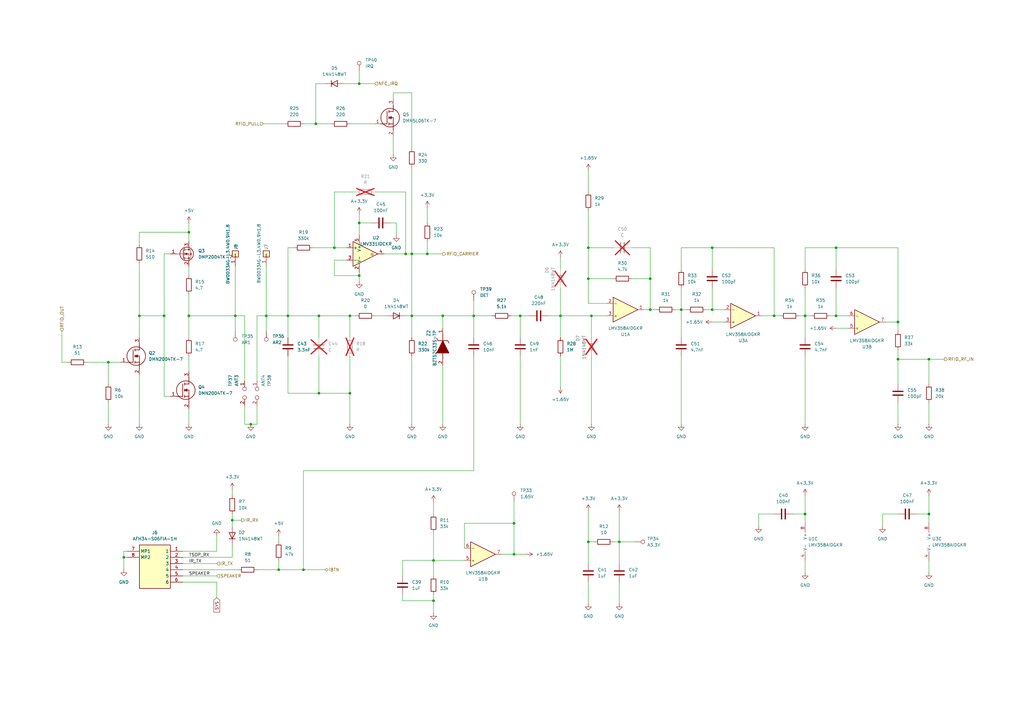
<source format=kicad_sch>
(kicad_sch (version 20231120) (generator "eeschema") (generator_version "8.0")
  (paper "A3")
  (junction (at 77.47 129.54))
  (junction (at 118.11 129.54))
  (junction (at 342.9 101.6))
  (junction (at 241.3 114.3))
  (junction (at 168.91 104.14))
  (junction (at 181.61 129.54))
  (junction (at 130.81 129.54))
  (junction (at 210.82 227.33))
  (junction (at 57.15 129.54))
  (junction (at 342.9 129.54))
  (junction (at 143.51 161.29))
  (junction (at 330.2 210.82))
  (junction (at 50.8 228.6))
  (junction (at 213.36 129.54))
  (junction (at 330.2 129.54))
  (junction (at 241.3 222.25))
  (junction (at 368.3 147.32))
  (junction (at 67.31 129.54))
  (junction (at 77.47 95.25))
  (junction (at 317.5 129.54))
  (junction (at 381 147.32))
  (junction (at 114.3 233.68))
  (junction (at 292.1 127))
  (junction (at 129.54 50.8))
  (junction (at 175.26 104.14))
  (junction (at 143.51 129.54))
  (junction (at 229.87 129.54))
  (junction (at 166.37 104.14))
  (junction (at 44.45 148.59))
  (junction (at 210.82 214.63))
  (junction (at 177.8 229.87))
  (junction (at 130.81 161.29))
  (junction (at 242.57 129.54))
  (junction (at 381 210.82))
  (junction (at 102.87 173.99))
  (junction (at 292.1 101.6))
  (junction (at 368.3 132.08))
  (junction (at 266.7 127))
  (junction (at 96.52 129.54))
  (junction (at 241.3 101.6))
  (junction (at 124.46 233.68))
  (junction (at 254 222.25))
  (junction (at 194.31 129.54))
  (junction (at 137.16 101.6))
  (junction (at 168.91 129.54))
  (junction (at 147.32 91.44))
  (junction (at 147.32 34.29))
  (junction (at 109.22 129.54))
  (junction (at 177.8 246.38))
  (junction (at 95.25 213.36))
  (junction (at 266.7 114.3))
  (junction (at 279.4 127))
  (junction (at 147.32 113.03))
  (wire (pts (xy 368.3 147.32) (xy 368.3 157.48)))
  (wire (pts (xy 368.3 132.08) (xy 363.22 132.08)))
  (wire (pts (xy 160.02 91.44) (xy 162.56 91.44)))
  (wire (pts (xy 330.2 146.05) (xy 330.2 173.99)))
  (wire (pts (xy 279.4 110.49) (xy 279.4 101.6)))
  (wire (pts (xy 317.5 129.54) (xy 320.04 129.54)))
  (wire (pts (xy 168.91 146.05) (xy 168.91 173.99)))
  (wire (pts (xy 74.93 233.68) (xy 97.79 233.68)))
  (wire (pts (xy 194.31 129.54) (xy 181.61 129.54)))
  (wire (pts (xy 330.2 101.6) (xy 342.9 101.6)))
  (wire (pts (xy 340.36 129.54) (xy 342.9 129.54)))
  (wire (pts (xy 177.8 229.87) (xy 190.5 229.87)))
  (wire (pts (xy 162.56 91.44) (xy 162.56 96.52)))
  (wire (pts (xy 147.32 87.63) (xy 147.32 91.44)))
  (wire (pts (xy 77.47 129.54) (xy 96.52 129.54)))
  (wire (pts (xy 168.91 104.14) (xy 175.26 104.14)))
  (wire (pts (xy 130.81 129.54) (xy 143.51 129.54)))
  (wire (pts (xy 96.52 129.54) (xy 96.52 135.89)))
  (wire (pts (xy 130.81 146.05) (xy 130.81 161.29)))
  (wire (pts (xy 292.1 127) (xy 289.56 127)))
  (wire (pts (xy 114.3 233.68) (xy 114.3 229.87)))
  (wire (pts (xy 251.46 222.25) (xy 254 222.25)))
  (wire (pts (xy 109.22 109.22) (xy 109.22 129.54)))
  (wire (pts (xy 279.4 118.11) (xy 279.4 127)))
  (wire (pts (xy 276.86 127) (xy 279.4 127)))
  (wire (pts (xy 100.33 166.37) (xy 100.33 173.99)))
  (wire (pts (xy 137.16 78.74) (xy 146.05 78.74)))
  (wire (pts (xy 77.47 109.22) (xy 77.47 113.03)))
  (wire (pts (xy 137.16 78.74) (xy 137.16 101.6)))
  (wire (pts (xy 266.7 101.6) (xy 266.7 114.3)))
  (wire (pts (xy 292.1 132.08) (xy 297.18 132.08)))
  (wire (pts (xy 166.37 78.74) (xy 166.37 104.14)))
  (wire (pts (xy 105.41 129.54) (xy 109.22 129.54)))
  (wire (pts (xy 137.16 113.03) (xy 147.32 113.03)))
  (wire (pts (xy 95.25 200.66) (xy 95.25 203.2)))
  (wire (pts (xy 44.45 157.48) (xy 44.45 148.59)))
  (wire (pts (xy 88.9 238.76) (xy 88.9 245.11)))
  (wire (pts (xy 50.8 226.06) (xy 50.8 228.6)))
  (wire (pts (xy 342.9 134.62) (xy 347.98 134.62)))
  (wire (pts (xy 194.31 193.04) (xy 124.46 193.04)))
  (wire (pts (xy 368.3 210.82) (xy 361.95 210.82)))
  (wire (pts (xy 57.15 129.54) (xy 67.31 129.54)))
  (wire (pts (xy 143.51 146.05) (xy 143.51 161.29)))
  (wire (pts (xy 130.81 161.29) (xy 143.51 161.29)))
  (wire (pts (xy 177.8 205.74) (xy 177.8 210.82)))
  (wire (pts (xy 74.93 231.14) (xy 88.9 231.14)))
  (wire (pts (xy 242.57 138.43) (xy 242.57 129.54)))
  (wire (pts (xy 147.32 91.44) (xy 152.4 91.44)))
  (wire (pts (xy 292.1 101.6) (xy 317.5 101.6)))
  (wire (pts (xy 194.31 138.43) (xy 194.31 129.54)))
  (wire (pts (xy 107.95 50.8) (xy 116.84 50.8)))
  (wire (pts (xy 241.3 101.6) (xy 251.46 101.6)))
  (wire (pts (xy 157.48 104.14) (xy 166.37 104.14)))
  (wire (pts (xy 229.87 129.54) (xy 229.87 118.11)))
  (wire (pts (xy 25.4 135.89) (xy 25.4 148.59)))
  (wire (pts (xy 77.47 129.54) (xy 77.47 138.43)))
  (wire (pts (xy 95.25 228.6) (xy 95.25 223.52)))
  (wire (pts (xy 130.81 129.54) (xy 130.81 138.43)))
  (wire (pts (xy 330.2 129.54) (xy 332.74 129.54)))
  (wire (pts (xy 213.36 129.54) (xy 213.36 138.43)))
  (wire (pts (xy 381 147.32) (xy 387.35 147.32)))
  (wire (pts (xy 147.32 113.03) (xy 147.32 115.57)))
  (wire (pts (xy 168.91 104.14) (xy 168.91 129.54)))
  (wire (pts (xy 165.1 236.22) (xy 165.1 229.87)))
  (wire (pts (xy 368.3 147.32) (xy 381 147.32)))
  (wire (pts (xy 100.33 173.99) (xy 102.87 173.99)))
  (wire (pts (xy 181.61 129.54) (xy 168.91 129.54)))
  (wire (pts (xy 325.12 210.82) (xy 330.2 210.82)))
  (wire (pts (xy 292.1 127) (xy 297.18 127)))
  (wire (pts (xy 241.3 222.25) (xy 243.84 222.25)))
  (wire (pts (xy 161.29 38.1) (xy 161.29 40.64)))
  (wire (pts (xy 229.87 105.41) (xy 229.87 110.49)))
  (wire (pts (xy 292.1 101.6) (xy 292.1 110.49)))
  (wire (pts (xy 342.9 101.6) (xy 342.9 110.49)))
  (wire (pts (xy 330.2 210.82) (xy 330.2 214.63)))
  (wire (pts (xy 74.93 238.76) (xy 88.9 238.76)))
  (wire (pts (xy 242.57 129.54) (xy 229.87 129.54)))
  (wire (pts (xy 118.11 129.54) (xy 118.11 101.6)))
  (wire (pts (xy 177.8 243.84) (xy 177.8 246.38)))
  (wire (pts (xy 161.29 55.88) (xy 161.29 63.5)))
  (wire (pts (xy 342.9 118.11) (xy 342.9 129.54)))
  (wire (pts (xy 330.2 129.54) (xy 330.2 138.43)))
  (wire (pts (xy 330.2 110.49) (xy 330.2 101.6)))
  (wire (pts (xy 177.8 218.44) (xy 177.8 229.87)))
  (wire (pts (xy 241.3 209.55) (xy 241.3 222.25)))
  (wire (pts (xy 205.74 227.33) (xy 210.82 227.33)))
  (wire (pts (xy 242.57 129.54) (xy 248.92 129.54)))
  (wire (pts (xy 175.26 85.09) (xy 175.26 91.44)))
  (wire (pts (xy 209.55 129.54) (xy 213.36 129.54)))
  (wire (pts (xy 241.3 69.85) (xy 241.3 78.74)))
  (wire (pts (xy 153.67 129.54) (xy 158.75 129.54)))
  (wire (pts (xy 118.11 101.6) (xy 120.65 101.6)))
  (wire (pts (xy 327.66 129.54) (xy 330.2 129.54)))
  (wire (pts (xy 118.11 146.05) (xy 118.11 161.29)))
  (wire (pts (xy 241.3 231.14) (xy 241.3 222.25)))
  (wire (pts (xy 168.91 68.58) (xy 168.91 104.14)))
  (wire (pts (xy 74.93 236.22) (xy 88.9 236.22)))
  (wire (pts (xy 118.11 161.29) (xy 130.81 161.29)))
  (wire (pts (xy 361.95 210.82) (xy 361.95 215.9)))
  (wire (pts (xy 213.36 129.54) (xy 217.17 129.54)))
  (wire (pts (xy 109.22 129.54) (xy 109.22 135.89)))
  (wire (pts (xy 77.47 120.65) (xy 77.47 129.54)))
  (wire (pts (xy 57.15 95.25) (xy 77.47 95.25)))
  (wire (pts (xy 248.92 124.46) (xy 241.3 124.46)))
  (wire (pts (xy 375.92 210.82) (xy 381 210.82)))
  (wire (pts (xy 165.1 246.38) (xy 165.1 243.84)))
  (wire (pts (xy 368.3 165.1) (xy 368.3 173.99)))
  (wire (pts (xy 140.97 34.29) (xy 147.32 34.29)))
  (wire (pts (xy 381 229.87) (xy 381 234.95)))
  (wire (pts (xy 143.51 161.29) (xy 143.51 173.99)))
  (wire (pts (xy 181.61 134.62) (xy 181.61 129.54)))
  (wire (pts (xy 114.3 233.68) (xy 124.46 233.68)))
  (wire (pts (xy 35.56 148.59) (xy 44.45 148.59)))
  (wire (pts (xy 317.5 129.54) (xy 312.42 129.54)))
  (wire (pts (xy 190.5 224.79) (xy 190.5 214.63)))
  (wire (pts (xy 137.16 106.68) (xy 137.16 113.03)))
  (wire (pts (xy 147.32 91.44) (xy 147.32 96.52)))
  (wire (pts (xy 381 210.82) (xy 381 214.63)))
  (wire (pts (xy 254 222.25) (xy 254 231.14)))
  (wire (pts (xy 194.31 146.05) (xy 194.31 193.04)))
  (wire (pts (xy 88.9 226.06) (xy 88.9 219.71)))
  (wire (pts (xy 229.87 146.05) (xy 229.87 158.75)))
  (wire (pts (xy 96.52 129.54) (xy 100.33 129.54)))
  (wire (pts (xy 381 147.32) (xy 381 157.48)))
  (wire (pts (xy 147.32 111.76) (xy 147.32 113.03)))
  (wire (pts (xy 50.8 228.6) (xy 50.8 233.68)))
  (wire (pts (xy 177.8 229.87) (xy 177.8 236.22)))
  (wire (pts (xy 241.3 238.76) (xy 241.3 247.65)))
  (wire (pts (xy 381 165.1) (xy 381 173.99)))
  (wire (pts (xy 147.32 34.29) (xy 153.67 34.29)))
  (wire (pts (xy 153.67 78.74) (xy 166.37 78.74)))
  (wire (pts (xy 181.61 149.86) (xy 181.61 173.99)))
  (wire (pts (xy 259.08 101.6) (xy 266.7 101.6)))
  (wire (pts (xy 224.79 129.54) (xy 229.87 129.54)))
  (wire (pts (xy 194.31 123.19) (xy 194.31 129.54)))
  (wire (pts (xy 57.15 129.54) (xy 57.15 138.43)))
  (wire (pts (xy 311.15 210.82) (xy 311.15 215.9)))
  (wire (pts (xy 342.9 101.6) (xy 368.3 101.6)))
  (wire (pts (xy 77.47 95.25) (xy 77.47 99.06)))
  (wire (pts (xy 279.4 146.05) (xy 279.4 173.99)))
  (wire (pts (xy 342.9 129.54) (xy 347.98 129.54)))
  (wire (pts (xy 241.3 124.46) (xy 241.3 114.3)))
  (wire (pts (xy 69.85 104.14) (xy 67.31 104.14)))
  (wire (pts (xy 292.1 118.11) (xy 292.1 127)))
  (wire (pts (xy 254 238.76) (xy 254 247.65)))
  (wire (pts (xy 266.7 114.3) (xy 266.7 127)))
  (wire (pts (xy 190.5 214.63) (xy 210.82 214.63)))
  (wire (pts (xy 57.15 129.54) (xy 57.15 107.95)))
  (wire (pts (xy 229.87 129.54) (xy 229.87 138.43)))
  (wire (pts (xy 210.82 227.33) (xy 215.9 227.33)))
  (wire (pts (xy 57.15 95.25) (xy 57.15 100.33)))
  (wire (pts (xy 129.54 34.29) (xy 129.54 50.8)))
  (wire (pts (xy 317.5 101.6) (xy 317.5 129.54)))
  (wire (pts (xy 74.93 228.6) (xy 95.25 228.6)))
  (wire (pts (xy 105.41 173.99) (xy 102.87 173.99)))
  (wire (pts (xy 96.52 109.22) (xy 96.52 129.54)))
  (wire (pts (xy 57.15 153.67) (xy 57.15 173.99)))
  (wire (pts (xy 279.4 127) (xy 281.94 127)))
  (wire (pts (xy 177.8 246.38) (xy 177.8 251.46)))
  (wire (pts (xy 166.37 104.14) (xy 168.91 104.14)))
  (wire (pts (xy 177.8 246.38) (xy 165.1 246.38)))
  (wire (pts (xy 264.16 127) (xy 266.7 127)))
  (wire (pts (xy 241.3 101.6) (xy 241.3 114.3)))
  (wire (pts (xy 213.36 146.05) (xy 213.36 173.99)))
  (wire (pts (xy 254 222.25) (xy 260.35 222.25)))
  (wire (pts (xy 368.3 132.08) (xy 368.3 135.89)))
  (wire (pts (xy 143.51 50.8) (xy 153.67 50.8)))
  (wire (pts (xy 168.91 60.96) (xy 168.91 38.1)))
  (wire (pts (xy 133.35 34.29) (xy 129.54 34.29)))
  (wire (pts (xy 100.33 129.54) (xy 100.33 156.21)))
  (wire (pts (xy 166.37 129.54) (xy 168.91 129.54)))
  (wire (pts (xy 25.4 148.59) (xy 27.94 148.59)))
  (wire (pts (xy 67.31 162.56) (xy 69.85 162.56)))
  (wire (pts (xy 105.41 156.21) (xy 105.41 129.54)))
  (wire (pts (xy 242.57 146.05) (xy 242.57 173.99)))
  (wire (pts (xy 175.26 99.06) (xy 175.26 104.14)))
  (wire (pts (xy 77.47 167.64) (xy 77.47 173.99)))
  (wire (pts (xy 279.4 127) (xy 279.4 138.43)))
  (wire (pts (xy 137.16 101.6) (xy 142.24 101.6)))
  (wire (pts (xy 44.45 165.1) (xy 44.45 173.99)))
  (wire (pts (xy 74.93 226.06) (xy 88.9 226.06)))
  (wire (pts (xy 241.3 114.3) (xy 251.46 114.3)))
  (wire (pts (xy 77.47 146.05) (xy 77.47 152.4)))
  (wire (pts (xy 241.3 86.36) (xy 241.3 101.6)))
  (wire (pts (xy 254 222.25) (xy 254 209.55)))
  (wire (pts (xy 95.25 213.36) (xy 99.06 213.36)))
  (wire (pts (xy 368.3 101.6) (xy 368.3 132.08)))
  (wire (pts (xy 118.11 129.54) (xy 130.81 129.54)))
  (wire (pts (xy 330.2 118.11) (xy 330.2 129.54)))
  (wire (pts (xy 143.51 129.54) (xy 143.51 138.43)))
  (wire (pts (xy 67.31 129.54) (xy 67.31 162.56)))
  (wire (pts (xy 124.46 233.68) (xy 133.35 233.68)))
  (wire (pts (xy 105.41 166.37) (xy 105.41 173.99)))
  (wire (pts (xy 95.25 213.36) (xy 95.25 215.9)))
  (wire (pts (xy 109.22 129.54) (xy 118.11 129.54)))
  (wire (pts (xy 266.7 127) (xy 269.24 127)))
  (wire (pts (xy 50.8 228.6) (xy 52.07 228.6)))
  (wire (pts (xy 381 203.2) (xy 381 210.82)))
  (wire (pts (xy 124.46 50.8) (xy 129.54 50.8)))
  (wire (pts (xy 259.08 114.3) (xy 266.7 114.3)))
  (wire (pts (xy 67.31 104.14) (xy 67.31 129.54)))
  (wire (pts (xy 118.11 129.54) (xy 118.11 138.43)))
  (wire (pts (xy 168.91 38.1) (xy 161.29 38.1)))
  (wire (pts (xy 210.82 205.74) (xy 210.82 214.63)))
  (wire (pts (xy 124.46 193.04) (xy 124.46 233.68)))
  (wire (pts (xy 105.41 233.68) (xy 114.3 233.68)))
  (wire (pts (xy 194.31 129.54) (xy 201.93 129.54)))
  (wire (pts (xy 114.3 219.71) (xy 114.3 222.25)))
  (wire (pts (xy 330.2 203.2) (xy 330.2 210.82)))
  (wire (pts (xy 279.4 101.6) (xy 292.1 101.6)))
  (wire (pts (xy 317.5 210.82) (xy 311.15 210.82)))
  (wire (pts (xy 168.91 129.54) (xy 168.91 138.43)))
  (wire (pts (xy 368.3 143.51) (xy 368.3 147.32)))
  (wire (pts (xy 175.26 104.14) (xy 181.61 104.14)))
  (wire (pts (xy 77.47 91.44) (xy 77.47 95.25)))
  (wire (pts (xy 143.51 129.54) (xy 146.05 129.54)))
  (wire (pts (xy 52.07 226.06) (xy 50.8 226.06)))
  (wire (pts (xy 95.25 210.82) (xy 95.25 213.36)))
  (wire (pts (xy 330.2 229.87) (xy 330.2 234.95)))
  (wire (pts (xy 44.45 148.59) (xy 49.53 148.59)))
  (wire (pts (xy 129.54 50.8) (xy 135.89 50.8)))
  (wire (pts (xy 165.1 229.87) (xy 177.8 229.87)))
  (wire (pts (xy 128.27 101.6) (xy 137.16 101.6)))
  (wire (pts (xy 147.32 29.21) (xy 147.32 34.29)))
  (wire (pts (xy 210.82 214.63) (xy 210.82 227.33)))
  (wire (pts (xy 142.24 106.68) (xy 137.16 106.68)))
  (label "IR_TX" (at 77.47 231.14 0))
  (label "SPEAKER" (at 77.47 236.22 0))
  (label "TSOP_RX" (at 77.47 228.6 0))
  (global_label "SYS" (shape input) (at 88.9 245.11 270) (property "Intersheetrefs" "${INTERSHEET_REFS}" (effects (hide yes))))
  (hierarchical_label "iBTN" (shape bidirectional) (at 133.35 233.68 0))
  (hierarchical_label "IR_RX" (shape output) (at 99.06 213.36 0))
  (hierarchical_label "NFC_IRQ" (shape input) (at 153.67 34.29 0))
  (hierarchical_label "RFID_CARRIER" (shape output) (at 181.61 104.14 0))
  (hierarchical_label "RFID_OUT" (shape input) (at 25.4 135.89 90))
  (hierarchical_label "SPEAKER" (shape input) (at 88.9 236.22 0))
  (hierarchical_label "RFID_RF_IN" (shape output) (at 387.35 147.32 0))
  (hierarchical_label "RFID_PULL" (shape input) (at 107.95 50.8 180))
  (hierarchical_label "IR_TX" (shape input) (at 88.9 231.14 0))
  (symbol (lib_id "Device:R") (at 120.65 50.8 90) (unit 1)
    (property "Reference" "R25" (at 120.65 44.45 90))
    (property "Value" "220" (at 120.65 46.99 90))
    (property "Footprint" "Resistor_SMD:R_0402_1005Metric" (effects (hide yes)))
    (property "Description" "Resistor" (effects (hide yes)))
  )
  (symbol (lib_id "Device:R") (at 57.15 104.14 0) (unit 1)
    (property "Reference" "R14" (at 59.69 102.8699 0) (effects (justify left)))
    (property "Value" "510" (at 59.69 105.4099 0) (effects (justify left)))
    (property "Footprint" "Resistor_SMD:R_0402_1005Metric" (effects (hide yes)))
    (property "Description" "Resistor" (effects (hide yes)))
  )
  (symbol (lib_id "power:GND") (at 77.47 173.99 0) (unit 1)
    (property "Reference" "#PWR048" (effects (hide yes)))
    (property "Value" "GND" (at 77.47 179.07 0))
    (property "Description" "Power symbol creates a global label with name \"GND\" , ground" (effects (hide yes)))
  )
  (symbol (lib_id "Device:R") (at 95.25 207.01 0) (unit 1)
    (property "Reference" "R7" (at 97.79 205.7399 0) (effects (justify left)))
    (property "Value" "10k" (at 97.79 208.2799 0) (effects (justify left)))
    (property "Footprint" "Resistor_SMD:R_0402_1005Metric" (effects (hide yes)))
    (property "Description" "Resistor" (effects (hide yes)))
  )
  (symbol (lib_id "Device:C") (at 118.11 142.24 0) (unit 1)
    (property "Reference" "C43" (at 121.92 140.9699 0) (effects (justify left)))
    (property "Value" "3.3nF" (at 121.92 143.5099 0) (effects (justify left)))
    (property "Footprint" "Capacitor_SMD:C_0805_2012Metric" (effects (hide yes)))
    (property "Description" "Unpolarized capacitor" (effects (hide yes)))
  )
  (symbol (lib_id "Device:R") (at 44.45 161.29 0) (unit 1)
    (property "Reference" "R6" (at 46.99 160.0199 0) (effects (justify left)))
    (property "Value" "10k" (at 46.99 162.5599 0) (effects (justify left)))
    (property "Footprint" "Resistor_SMD:R_0402_1005Metric" (effects (hide yes)))
    (property "Description" "Resistor" (effects (hide yes)))
  )
  (symbol (lib_id "power:GND") (at 181.61 173.99 0) (unit 1)
    (property "Reference" "#PWR057" (effects (hide yes)))
    (property "Value" "GND" (at 181.61 179.07 0))
    (property "Description" "Power symbol creates a global label with name \"GND\" , ground" (effects (hide yes)))
  )
  (symbol (lib_id "Diode:1N4148WT") (at 162.56 129.54 180) (unit 1)
    (property "Reference" "D4" (at 162.56 123.19 0))
    (property "Value" "1N4148WT" (at 162.56 125.73 0))
    (property "Footprint" "Diode_SMD:D_SOD-523" (effects (hide yes)))
    (property "Datasheet" "https://www.diodes.com/assets/Datasheets/ds30396.pdf" (effects (hide yes)))
    (property "Description" "75V 0.15A Fast switching Diode, SOD-523" (effects (hide yes)))
    (property "Sim.Device" "D" (effects (hide yes)))
    (property "Sim.Pins" "1=K 2=A" (effects (hide yes)))
  )
  (symbol (lib_id "Device:R") (at 368.3 139.7 0) (unit 1)
    (property "Reference" "R37" (at 370.84 138.4299 0) (effects (justify left)))
    (property "Value" "33k" (at 370.84 140.9699 0) (effects (justify left)))
    (property "Footprint" "Resistor_SMD:R_0402_1005Metric" (effects (hide yes)))
    (property "Description" "Resistor" (effects (hide yes)))
  )
  (symbol (lib_id "Amplifier_Operational:LMV358") (at 383.54 222.25 0) (unit 3)
    (property "Reference" "U3" (at 382.27 220.9799 0) (effects (justify left)))
    (property "Value" "LMV358AIDGKR" (at 382.27 223.5199 0) (effects (justify left)))
    (property "Footprint" "SamacSys_Parts:SOP65P490X110-8N" (effects (hide yes)))
    (property "Datasheet" "http://www.ti.com/lit/ds/symlink/lmv324.pdf" (effects (hide yes)))
    (property "Description" "Dual Low-Voltage Rail-to-Rail Output Operational Amplifiers, SOIC-8/SSOP-8" (effects (hide yes)))
  )
  (symbol (lib_id "Device:C") (at 130.81 142.24 0) (unit 1) (dnp yes)
    (property "Reference" "C44" (at 134.62 140.9699 0) (effects (justify left)))
    (property "Value" "C" (at 134.62 143.5099 0) (effects (justify left)))
    (property "Footprint" "Capacitor_SMD:C_0805_2012Metric" (effects (hide yes)))
    (property "Description" "Unpolarized capacitor" (effects (hide yes)))
  )
  (symbol (lib_id "Device:R") (at 139.7 50.8 90) (unit 1)
    (property "Reference" "R26" (at 139.7 44.45 90))
    (property "Value" "220" (at 139.7 46.99 90))
    (property "Footprint" "Resistor_SMD:R_0402_1005Metric" (effects (hide yes)))
    (property "Description" "Resistor" (effects (hide yes)))
  )
  (symbol (lib_id "power:+1V5") (at 342.9 134.62 90) (unit 1)
    (property "Reference" "#PWR067" (effects (hide yes)))
    (property "Value" "+1.65V" (at 339.09 134.6199 90) (effects (justify left)))
    (property "Description" "Power symbol creates a global label with name \"+1.65V\"" (effects (hide yes)))
  )
  (symbol (lib_id "Connector:TestPoint") (at 147.32 29.21 0) (unit 1) (in_bom no)
    (property "Reference" "TP40" (at 149.86 24.6379 0) (effects (justify left)))
    (property "Value" "IRQ" (at 149.86 27.1779 0) (effects (justify left)))
    (property "Footprint" "TestPoint:TestPoint_Pad_1.0x1.0mm" (effects (hide yes)))
    (property "Description" "test point" (effects (hide yes)))
  )
  (symbol (lib_id "Connector:TestPoint") (at 194.31 123.19 0) (unit 1) (in_bom no)
    (property "Reference" "TP39" (at 196.85 118.6179 0) (effects (justify left)))
    (property "Value" "DET" (at 196.85 121.1579 0) (effects (justify left)))
    (property "Footprint" "TestPoint:TestPoint_Pad_1.0x1.0mm" (effects (hide yes)))
    (property "Description" "test point" (effects (hide yes)))
  )
  (symbol (lib_id "power:GND") (at 368.3 173.99 0) (unit 1)
    (property "Reference" "#PWR071" (effects (hide yes)))
    (property "Value" "GND" (at 368.3 179.07 0))
    (property "Description" "Power symbol creates a global label with name \"GND\" , ground" (effects (hide yes)))
  )
  (symbol (lib_id "Amplifier_Operational:LMV358") (at 256.54 127 0) (mirror x) (unit 1)
    (property "Reference" "U1" (at 256.54 137.16 0))
    (property "Value" "LMV358AIDGKR" (at 256.54 134.62 0))
    (property "Footprint" "SamacSys_Parts:SOP65P490X110-8N" (effects (hide yes)))
    (property "Datasheet" "http://www.ti.com/lit/ds/symlink/lmv324.pdf" (effects (hide yes)))
    (property "Description" "Dual Low-Voltage Rail-to-Rail Output Operational Amplifiers, SOIC-8/SSOP-8" (effects (hide yes)))
  )
  (symbol (lib_id "power:+3.3V") (at 254 209.55 0) (unit 1)
    (property "Reference" "#PWR044" (effects (hide yes)))
    (property "Value" "A+3.3V" (at 254 204.47 0))
    (property "Description" "Power symbol creates a global label with name \"A+3.3V\"" (effects (hide yes)))
  )
  (symbol (lib_id "Amplifier_Operational:LMV358") (at 332.74 222.25 0) (unit 3)
    (property "Reference" "U1" (at 331.47 220.9799 0) (effects (justify left)))
    (property "Value" "LMV358AIDGKR" (at 331.47 223.5199 0) (effects (justify left)))
    (property "Footprint" "SamacSys_Parts:SOP65P490X110-8N" (effects (hide yes)))
    (property "Datasheet" "http://www.ti.com/lit/ds/symlink/lmv324.pdf" (effects (hide yes)))
    (property "Description" "Dual Low-Voltage Rail-to-Rail Output Operational Amplifiers, SOIC-8/SSOP-8" (effects (hide yes)))
  )
  (symbol (lib_id "power:GND") (at 330.2 234.95 0) (unit 1)
    (property "Reference" "#PWR040" (effects (hide yes)))
    (property "Value" "GND" (at 330.2 240.03 0))
    (property "Description" "Power symbol creates a global label with name \"GND\" , ground" (effects (hide yes)))
  )
  (symbol (lib_id "Amplifier_Operational:LMV358") (at 355.6 132.08 0) (mirror x) (unit 2)
    (property "Reference" "U3" (at 355.6 142.24 0))
    (property "Value" "LMV358AIDGKR" (at 355.6 139.7 0))
    (property "Footprint" "SamacSys_Parts:SOP65P490X110-8N" (effects (hide yes)))
    (property "Datasheet" "http://www.ti.com/lit/ds/symlink/lmv324.pdf" (effects (hide yes)))
    (property "Description" "Dual Low-Voltage Rail-to-Rail Output Operational Amplifiers, SOIC-8/SSOP-8" (effects (hide yes)))
  )
  (symbol (lib_id "power:GND") (at 241.3 247.65 0) (unit 1)
    (property "Reference" "#PWR042" (effects (hide yes)))
    (property "Value" "GND" (at 241.3 252.73 0))
    (property "Description" "Power symbol creates a global label with name \"GND\" , ground" (effects (hide yes)))
  )
  (symbol (lib_id "Amplifier_Operational:LMV358") (at 198.12 227.33 0) (mirror x) (unit 2)
    (property "Reference" "U1" (at 198.12 237.49 0))
    (property "Value" "LMV358AIDGKR" (at 198.12 234.95 0))
    (property "Footprint" "SamacSys_Parts:SOP65P490X110-8N" (effects (hide yes)))
    (property "Datasheet" "http://www.ti.com/lit/ds/symlink/lmv324.pdf" (effects (hide yes)))
    (property "Description" "Dual Low-Voltage Rail-to-Rail Output Operational Amplifiers, SOIC-8/SSOP-8" (effects (hide yes)))
  )
  (symbol (lib_id "power:+3.3V") (at 381 203.2 0) (unit 1)
    (property "Reference" "#PWR060" (effects (hide yes)))
    (property "Value" "A+3.3V" (at 381 198.12 0))
    (property "Description" "Power symbol creates a global label with name \"A+3.3V\"" (effects (hide yes)))
  )
  (symbol (lib_id "Device:R") (at 101.6 233.68 270) (unit 1)
    (property "Reference" "R8" (at 101.6 227.33 90))
    (property "Value" "51" (at 101.6 229.87 90))
    (property "Footprint" "Resistor_SMD:R_0402_1005Metric" (effects (hide yes)))
    (property "Description" "Resistor" (effects (hide yes)))
  )
  (symbol (lib_id "power:GND") (at 381 173.99 0) (unit 1)
    (property "Reference" "#PWR072" (effects (hide yes)))
    (property "Value" "GND" (at 381 179.07 0))
    (property "Description" "Power symbol creates a global label with name \"GND\" , ground" (effects (hide yes)))
  )
  (symbol (lib_id "Device:R") (at 381 161.29 0) (unit 1)
    (property "Reference" "R38" (at 383.54 160.0199 0) (effects (justify left)))
    (property "Value" "20k" (at 383.54 162.5599 0) (effects (justify left)))
    (property "Footprint" "Resistor_SMD:R_0402_1005Metric" (effects (hide yes)))
    (property "Description" "Resistor" (effects (hide yes)))
  )
  (symbol (lib_id "Device:C") (at 372.11 210.82 90) (unit 1)
    (property "Reference" "C47" (at 372.11 203.2 90))
    (property "Value" "100nF" (at 372.11 205.74 90))
    (property "Footprint" "Capacitor_SMD:C_0402_1005Metric" (effects (hide yes)))
    (property "Description" "Unpolarized capacitor" (effects (hide yes)))
  )
  (symbol (lib_id "SamacSys_Parts:AFH34-S06FIA-1H") (at 52.07 226.06 0) (unit 1)
    (property "Reference" "J6" (at 63.5 218.44 0))
    (property "Value" "AFH34-S06FIA-1H" (at 63.5 220.98 0))
    (property "Footprint" "SamacSys_Parts:AFH34S06FIA1H" (effects (hide yes)))
    (property "Datasheet" "https://www.lcsc.com/datasheet/lcsc_datasheet_2208151830_JUSHUO-AFH34-S06FIA-1H_C5139821.pdf" (effects (hide yes)))
    (property "Description" "SMD,P=0.5mm FFC/FPC Connectors ROHS" (effects (hide yes)))
    (property "Height" "1.75" (effects (hide yes)))
    (property "Manufacturer_Name" "JUSHUO" (effects (hide yes)))
    (property "Manufacturer_Part_Number" "AFH34-S06FIA-1H" (effects (hide yes)))
  )
  (symbol (lib_id "Device:R") (at 149.86 129.54 90) (unit 1)
    (property "Reference" "R20" (at 149.86 123.19 90))
    (property "Value" "0" (at 149.86 125.73 90))
    (property "Footprint" "Resistor_SMD:R_0402_1005Metric" (effects (hide yes)))
    (property "Description" "Resistor" (effects (hide yes)))
  )
  (symbol (lib_id "power:GND") (at 50.8 233.68 0) (unit 1)
    (property "Reference" "#PWR033" (effects (hide yes)))
    (property "Value" "GND" (at 50.8 238.76 0))
    (property "Description" "Power symbol creates a global label with name \"GND\" , ground" (effects (hide yes)))
  )
  (symbol (lib_id "Device:R") (at 241.3 82.55 180) (unit 1)
    (property "Reference" "R29" (at 243.84 81.2799 0) (effects (justify right)))
    (property "Value" "1k" (at 243.84 83.8199 0) (effects (justify right)))
    (property "Footprint" "Resistor_SMD:R_0402_1005Metric" (effects (hide yes)))
    (property "Description" "Resistor" (effects (hide yes)))
  )
  (symbol (lib_id "Device:R") (at 247.65 222.25 90) (unit 1)
    (property "Reference" "R12" (at 247.65 215.9 90))
    (property "Value" "10" (at 247.65 218.44 90))
    (property "Footprint" "Resistor_SMD:R_0402_1005Metric" (effects (hide yes)))
    (property "Description" "Resistor" (effects (hide yes)))
  )
  (symbol (lib_id "Connector:TestPoint") (at 260.35 222.25 270) (unit 1) (in_bom no)
    (property "Reference" "TP34" (at 265.43 220.9799 90) (effects (justify left)))
    (property "Value" "A3.3V" (at 265.43 223.5199 90) (effects (justify left)))
    (property "Footprint" "TestPoint:TestPoint_Pad_1.0x1.0mm" (effects (hide yes)))
    (property "Description" "test point" (effects (hide yes)))
  )
  (symbol (lib_id "Device:C") (at 156.21 91.44 90) (unit 1)
    (property "Reference" "C45" (at 156.21 83.82 90))
    (property "Value" "100nF" (at 156.21 86.36 90))
    (property "Footprint" "Capacitor_SMD:C_0402_1005Metric" (effects (hide yes)))
    (property "Description" "Unpolarized capacitor" (effects (hide yes)))
  )
  (symbol (lib_id "Device:C") (at 241.3 234.95 0) (unit 1)
    (property "Reference" "C41" (at 245.11 233.6799 0) (effects (justify left)))
    (property "Value" "1uF" (at 245.11 236.2199 0) (effects (justify left)))
    (property "Footprint" "Capacitor_SMD:C_0402_1005Metric" (effects (hide yes)))
    (property "Description" "Unpolarized capacitor" (effects (hide yes)))
  )
  (symbol (lib_id "Device:R") (at 168.91 64.77 0) (unit 1)
    (property "Reference" "R24" (at 171.45 63.4999 0) (effects (justify left)))
    (property "Value" "330" (at 171.45 66.0399 0) (effects (justify left)))
    (property "Footprint" "Resistor_SMD:R_0402_1005Metric" (effects (hide yes)))
    (property "Description" "Resistor" (effects (hide yes)))
  )
  (symbol (lib_id "power:GND") (at 330.2 173.99 0) (unit 1)
    (property "Reference" "#PWR070" (effects (hide yes)))
    (property "Value" "GND" (at 330.2 179.07 0))
    (property "Description" "Power symbol creates a global label with name \"GND\" , ground" (effects (hide yes)))
  )
  (symbol (lib_id "power:GND") (at 57.15 173.99 0) (unit 1)
    (property "Reference" "#PWR049" (effects (hide yes)))
    (property "Value" "GND" (at 57.15 179.07 0))
    (property "Description" "Power symbol creates a global label with name \"GND\" , ground" (effects (hide yes)))
  )
  (symbol (lib_id "power:GND") (at 381 234.95 0) (unit 1)
    (property "Reference" "#PWR061" (effects (hide yes)))
    (property "Value" "GND" (at 381 240.03 0))
    (property "Description" "Power symbol creates a global label with name \"GND\" , ground" (effects (hide yes)))
  )
  (symbol (lib_id "power:+3.3V") (at 177.8 205.74 0) (unit 1)
    (property "Reference" "#PWR037" (effects (hide yes)))
    (property "Value" "A+3.3V" (at 177.8 200.66 0))
    (property "Description" "Power symbol creates a global label with name \"A+3.3V\"" (effects (hide yes)))
  )
  (symbol (lib_id "Diode:1N4148WT") (at 229.87 114.3 270) (unit 1) (dnp yes)
    (property "Reference" "D6" (at 224.282 109.474 0) (effects (justify left)))
    (property "Value" "1N4148WT" (at 226.822 109.474 0) (effects (justify left)))
    (property "Footprint" "Diode_SMD:D_SOD-523" (effects (hide yes)))
    (property "Datasheet" "https://www.diodes.com/assets/Datasheets/ds30396.pdf" (effects (hide yes)))
    (property "Description" "75V 0.15A Fast switching Diode, SOD-523" (effects (hide yes)))
    (property "Sim.Device" "D" (effects (hide yes)))
    (property "Sim.Pins" "1=K 2=A" (effects (hide yes)))
  )
  (symbol (lib_id "power:+3.3V") (at 229.87 105.41 0) (unit 1)
    (property "Reference" "#PWR062" (effects (hide yes)))
    (property "Value" "A+3.3V" (at 229.87 100.33 0))
    (property "Description" "Power symbol creates a global label with name \"A+3.3V\"" (effects (hide yes)))
  )
  (symbol (lib_id "Device:R") (at 124.46 101.6 90) (unit 1)
    (property "Reference" "R19" (at 124.46 95.25 90))
    (property "Value" "330k" (at 124.46 97.79 90))
    (property "Footprint" "Resistor_SMD:R_0402_1005Metric" (effects (hide yes)))
    (property "Description" "Resistor" (effects (hide yes)))
  )
  (symbol (lib_id "Connector:TestPoint_2Pole") (at 100.33 161.29 270) (unit 1) (in_bom no)
    (property "Reference" "TP37" (at 94.488 153.67 0) (effects (justify left)))
    (property "Value" "ANT3" (at 97.028 153.67 0) (effects (justify left)))
    (property "Footprint" "Library:TP_DP" (effects (hide yes)))
    (property "Description" "2-polar test point" (effects (hide yes)))
  )
  (symbol (lib_id "Connector:TestPoint") (at 210.82 205.74 0) (unit 1) (in_bom no)
    (property "Reference" "TP33" (at 213.36 201.1679 0) (effects (justify left)))
    (property "Value" "1.65V" (at 213.36 203.7079 0) (effects (justify left)))
    (property "Footprint" "TestPoint:TestPoint_Pad_1.0x1.0mm" (effects (hide yes)))
    (property "Description" "test point" (effects (hide yes)))
  )
  (symbol (lib_id "Device:C") (at 292.1 114.3 180) (unit 1)
    (property "Reference" "C52" (at 295.91 113.0299 0) (effects (justify right)))
    (property "Value" "100pF" (at 295.91 115.5699 0) (effects (justify right)))
    (property "Footprint" "Capacitor_SMD:C_0402_1005Metric" (effects (hide yes)))
    (property "Description" "Unpolarized capacitor" (effects (hide yes)))
  )
  (symbol (lib_id "power:GND") (at 162.56 96.52 0) (unit 1)
    (property "Reference" "#PWR053" (effects (hide yes)))
    (property "Value" "GND" (at 162.56 101.6 0))
    (property "Description" "Power symbol creates a global label with name \"GND\" , ground" (effects (hide yes)))
  )
  (symbol (lib_id "Diode:1N4148WT") (at 242.57 142.24 270) (unit 1) (dnp yes)
    (property "Reference" "D7" (at 236.982 137.414 0) (effects (justify left)))
    (property "Value" "1N4148WT" (at 239.522 137.414 0) (effects (justify left)))
    (property "Footprint" "Diode_SMD:D_SOD-523" (effects (hide yes)))
    (property "Datasheet" "https://www.diodes.com/assets/Datasheets/ds30396.pdf" (effects (hide yes)))
    (property "Description" "75V 0.15A Fast switching Diode, SOD-523" (effects (hide yes)))
    (property "Sim.Device" "D" (effects (hide yes)))
    (property "Sim.Pins" "1=K 2=A" (effects (hide yes)))
  )
  (symbol (lib_id "power:+3.3V") (at 241.3 209.55 0) (unit 1)
    (property "Reference" "#PWR045" (effects (hide yes)))
    (property "Value" "+3.3V" (at 241.3 204.47 0))
    (property "Description" "Power symbol creates a global label with name \"+3.3V\"" (effects (hide yes)))
  )
  (symbol (lib_id "Device:R") (at 177.8 214.63 0) (unit 1)
    (property "Reference" "R11" (at 180.34 213.3599 0) (effects (justify left)))
    (property "Value" "33k" (at 180.34 215.8999 0) (effects (justify left)))
    (property "Footprint" "Resistor_SMD:R_0402_1005Metric" (effects (hide yes)))
    (property "Description" "Resistor" (effects (hide yes)))
  )
  (symbol (lib_id "Device:R") (at 279.4 114.3 0) (unit 1)
    (property "Reference" "R33" (at 281.94 113.0299 0) (effects (justify left)))
    (property "Value" "10k" (at 281.94 115.5699 0) (effects (justify left)))
    (property "Footprint" "Resistor_SMD:R_0402_1005Metric" (effects (hide yes)))
    (property "Description" "Resistor" (effects (hide yes)))
  )
  (symbol (lib_id "Device:R") (at 205.74 129.54 90) (unit 1)
    (property "Reference" "R27" (at 205.74 123.19 90))
    (property "Value" "5.1k" (at 205.74 125.73 90))
    (property "Footprint" "Resistor_SMD:R_0402_1005Metric" (effects (hide yes)))
    (property "Description" "Resistor" (effects (hide yes)))
  )
  (symbol (lib_id "power:GND") (at 161.29 63.5 0) (unit 1)
    (property "Reference" "#PWR058" (effects (hide yes)))
    (property "Value" "GND" (at 161.29 68.58 0))
    (property "Description" "Power symbol creates a global label with name \"GND\" , ground" (effects (hide yes)))
  )
  (symbol (lib_id "Device:R") (at 273.05 127 270) (unit 1)
    (property "Reference" "R31" (at 273.05 120.65 90))
    (property "Value" "1k" (at 273.05 123.19 90))
    (property "Footprint" "Resistor_SMD:R_0402_1005Metric" (effects (hide yes)))
    (property "Description" "Resistor" (effects (hide yes)))
  )
  (symbol (lib_id "Amplifier_Operational:LMV358") (at 304.8 129.54 0) (mirror x) (unit 1)
    (property "Reference" "U3" (at 304.8 139.7 0))
    (property "Value" "LMV358AIDGKR" (at 304.8 137.16 0))
    (property "Footprint" "SamacSys_Parts:SOP65P490X110-8N" (effects (hide yes)))
    (property "Datasheet" "http://www.ti.com/lit/ds/symlink/lmv324.pdf" (effects (hide yes)))
    (property "Description" "Dual Low-Voltage Rail-to-Rail Output Operational Amplifiers, SOIC-8/SSOP-8" (effects (hide yes)))
  )
  (symbol (lib_id "Device:C") (at 213.36 142.24 0) (unit 1)
    (property "Reference" "C49" (at 217.17 140.9699 0) (effects (justify left)))
    (property "Value" "1nF" (at 217.17 143.5099 0) (effects (justify left)))
    (property "Footprint" "Capacitor_SMD:C_0402_1005Metric" (effects (hide yes)))
    (property "Description" "Unpolarized capacitor" (effects (hide yes)))
  )
  (symbol (lib_id "Connector:TestPoint_2Pole") (at 105.41 161.29 270) (unit 1) (in_bom no)
    (property "Reference" "TP38" (at 110.49 153.67 0) (effects (justify left)))
    (property "Value" "ANT4" (at 107.95 153.67 0) (effects (justify left)))
    (property "Footprint" "Library:TP_DP" (effects (hide yes)))
    (property "Description" "2-polar test point" (effects (hide yes)))
  )
  (symbol (lib_id "power:+3.3V") (at 147.32 87.63 0) (unit 1)
    (property "Reference" "#PWR054" (effects (hide yes)))
    (property "Value" "A+3.3V" (at 147.32 82.55 0))
    (property "Description" "Power symbol creates a global label with name \"A+3.3V\"" (effects (hide yes)))
  )
  (symbol (lib_id "power:GND") (at 279.4 173.99 0) (unit 1)
    (property "Reference" "#PWR069" (effects (hide yes)))
    (property "Value" "GND" (at 279.4 179.07 0))
    (property "Description" "Power symbol creates a global label with name \"GND\" , ground" (effects (hide yes)))
  )
  (symbol (lib_id "power:+5V") (at 114.3 219.71 0) (unit 1)
    (property "Reference" "#PWR035" (effects (hide yes)))
    (property "Value" "+5V" (at 114.3 214.63 0))
    (property "Description" "Power symbol creates a global label with name \"+5V\"" (effects (hide yes)))
  )
  (symbol (lib_id "Device:R") (at 149.86 78.74 90) (unit 1) (dnp yes)
    (property "Reference" "R21" (at 149.86 72.39 90))
    (property "Value" "R" (at 149.86 74.93 90))
    (property "Footprint" "Resistor_SMD:R_0402_1005Metric" (effects (hide yes)))
    (property "Description" "Resistor" (effects (hide yes)))
  )
  (symbol (lib_id "power:GND") (at 311.15 215.9 0) (unit 1)
    (property "Reference" "#PWR041" (effects (hide yes)))
    (property "Value" "GND" (at 311.15 220.98 0))
    (property "Description" "Power symbol creates a global label with name \"GND\" , ground" (effects (hide yes)))
  )
  (symbol (lib_id "SamacSys_Parts:AO3400A") (at 153.67 50.8 0) (unit 1)
    (property "Reference" "Q5" (at 165.1 46.9899 0) (effects (justify left)))
    (property "Value" "DMN5L06TK-7" (at 165.1 49.5299 0) (effects (justify left)))
    (property "Footprint" "Package_TO_SOT_SMD:SOT-523" (effects (hide yes)))
    (property "Datasheet" "http://aosmd.com/res/data_sheets/AO3400A.pdf" (effects (hide yes)))
    (property "Description" "30V N-Channel MOSFET" (effects (hide yes)))
    (property "Height" "1.25" (effects (hide yes)))
    (property "Manufacturer_Name" "Alpha & Omega Semiconductors" (effects (hide yes)))
    (property "Manufacturer_Part_Number" "AO3400A" (effects (hide yes)))
  )
  (symbol (lib_id "Device:R") (at 336.55 129.54 270) (unit 1)
    (property "Reference" "R35" (at 336.55 123.19 90))
    (property "Value" "1k" (at 336.55 125.73 90))
    (property "Footprint" "Resistor_SMD:R_0402_1005Metric" (effects (hide yes)))
    (property "Description" "Resistor" (effects (hide yes)))
  )
  (symbol (lib_id "power:+1V5") (at 292.1 132.08 90) (unit 1)
    (property "Reference" "#PWR066" (effects (hide yes)))
    (property "Value" "+1.65V" (at 288.29 132.0799 90) (effects (justify left)))
    (property "Description" "Power symbol creates a global label with name \"+1.65V\"" (effects (hide yes)))
  )
  (symbol (lib_id "power:GND") (at 147.32 115.57 0) (unit 1)
    (property "Reference" "#PWR052" (effects (hide yes)))
    (property "Value" "GND" (at 147.32 120.65 0))
    (property "Description" "Power symbol creates a global label with name \"GND\" , ground" (effects (hide yes)))
  )
  (symbol (lib_id "Device:R") (at 168.91 142.24 0) (unit 1)
    (property "Reference" "R22" (at 171.45 140.9699 0) (effects (justify left)))
    (property "Value" "330k" (at 171.45 143.5099 0) (effects (justify left)))
    (property "Footprint" "Resistor_SMD:R_0402_1005Metric" (effects (hide yes)))
    (property "Description" "Resistor" (effects (hide yes)))
  )
  (symbol (lib_id "Device:R") (at 323.85 129.54 270) (unit 1)
    (property "Reference" "R34" (at 323.85 123.19 90))
    (property "Value" "1k" (at 323.85 125.73 90))
    (property "Footprint" "Resistor_SMD:R_0402_1005Metric" (effects (hide yes)))
    (property "Description" "Resistor" (effects (hide yes)))
  )
  (symbol (lib_id "Device:C") (at 342.9 114.3 180) (unit 1)
    (property "Reference" "C53" (at 346.71 113.0299 0) (effects (justify right)))
    (property "Value" "100pF" (at 346.71 115.5699 0) (effects (justify right)))
    (property "Footprint" "Capacitor_SMD:C_0402_1005Metric" (effects (hide yes)))
    (property "Description" "Unpolarized capacitor" (effects (hide yes)))
  )
  (symbol (lib_id "power:+1V5") (at 241.3 69.85 0) (unit 1)
    (property "Reference" "#PWR065" (effects (hide yes)))
    (property "Value" "+1.65V" (at 241.3 64.77 0))
    (property "Description" "Power symbol creates a global label with name \"+1.65V\"" (effects (hide yes)))
  )
  (symbol (lib_id "Device:R") (at 143.51 142.24 0) (unit 1) (dnp yes)
    (property "Reference" "R18" (at 146.05 140.9699 0) (effects (justify left)))
    (property "Value" "R" (at 146.05 143.5099 0) (effects (justify left)))
    (property "Footprint" "Resistor_SMD:R_0402_1005Metric" (effects (hide yes)))
    (property "Description" "Resistor" (effects (hide yes)))
  )
  (symbol (lib_id "power:GND") (at 143.51 173.99 0) (unit 1)
    (property "Reference" "#PWR051" (effects (hide yes)))
    (property "Value" "GND" (at 143.51 179.07 0))
    (property "Description" "Power symbol creates a global label with name \"GND\" , ground" (effects (hide yes)))
  )
  (symbol (lib_id "power:GND") (at 168.91 173.99 0) (unit 1)
    (property "Reference" "#PWR056" (effects (hide yes)))
    (property "Value" "GND" (at 168.91 179.07 0))
    (property "Description" "Power symbol creates a global label with name \"GND\" , ground" (effects (hide yes)))
  )
  (symbol (lib_id "Device:R") (at 31.75 148.59 90) (unit 1)
    (property "Reference" "R13" (at 31.75 142.24 90))
    (property "Value" "51" (at 31.75 144.78 90))
    (property "Footprint" "Resistor_SMD:R_0402_1005Metric" (effects (hide yes)))
    (property "Description" "Resistor" (effects (hide yes)))
  )
  (symbol (lib_id "power:GND") (at 88.9 219.71 180) (unit 1)
    (property "Reference" "#PWR032" (effects (hide yes)))
    (property "Value" "GND" (at 88.9 214.63 0))
    (property "Description" "Power symbol creates a global label with name \"GND\" , ground" (effects (hide yes)))
  )
  (symbol (lib_id "power:+1V5") (at 229.87 158.75 180) (unit 1)
    (property "Reference" "#PWR063" (effects (hide yes)))
    (property "Value" "+1.65V" (at 229.87 163.83 0))
    (property "Description" "Power symbol creates a global label with name \"+1.65V\"" (effects (hide yes)))
  )
  (symbol (lib_id "SamacSys_Parts:BZT52C33S-TP") (at 181.61 134.62 270) (unit 1)
    (property "Reference" "Z2" (at 175.768 135.382 0) (effects (justify left)))
    (property "Value" "BZT52C33S-TP" (at 178.308 135.382 0) (effects (justify left)))
    (property "Footprint" "SamacSys_Parts:SOD2512X115N" (effects (hide yes)))
    (property "Datasheet" "https://www.mccsemi.com/pdf/Products/BZT52C2V0S-BZT52C56S(200mW)(SOD-323).pdf" (effects (hide yes)))
    (property "Description" "Zener Diodes" (effects (hide yes)))
    (property "Height" "1.15" (effects (hide yes)))
    (property "Mouser Part Number" "833-BZT52C33S-TP" (effects (hide yes)))
    (property "Mouser Price/Stock" "https://www.mouser.co.uk/ProductDetail/Micro-Commercial-Components-MCC/BZT52C33S-TP?qs=ZNK0BnemlqGpMAaOmk3PKQ%3D%3D" (effects (hide yes)))
    (property "Manufacturer_Name" "MCC" (effects (hide yes)))
    (property "Manufacturer_Part_Number" "BZT52C33S-TP" (effects (hide yes)))
  )
  (symbol (lib_id "Connector_Generic:Conn_01x01") (at 96.52 104.14 90) (unit 1)
    (property "Reference" "J8" (at 96.774 100.076 0) (effects (justify right)))
    (property "Value" "BW0033AG-L3.4W0.9H1.8" (at 93.472 91.948 0) (effects (justify right)))
    (property "Footprint" "Library:SMD_L3.4-W0.9" (effects (hide yes)))
    (property "Description" "Generic connector, single row, 01x01, script generated (kicad-library-utils/schlib/autogen/connector/)" (effects (hide yes)))
  )
  (symbol (lib_id "Device:C") (at 368.3 161.29 180) (unit 1)
    (property "Reference" "C55" (at 372.11 160.0199 0) (effects (justify right)))
    (property "Value" "100pF" (at 372.11 162.5599 0) (effects (justify right)))
    (property "Footprint" "Capacitor_SMD:C_0402_1005Metric" (effects (hide yes)))
    (property "Description" "Unpolarized capacitor" (effects (hide yes)))
  )
  (symbol (lib_id "Device:C") (at 330.2 142.24 180) (unit 1)
    (property "Reference" "C54" (at 334.01 140.9699 0) (effects (justify right)))
    (property "Value" "4.7nF" (at 334.01 143.5099 0) (effects (justify right)))
    (property "Footprint" "Capacitor_SMD:C_0402_1005Metric" (effects (hide yes)))
    (property "Description" "Unpolarized capacitor" (effects (hide yes)))
  )
  (symbol (lib_id "power:GND") (at 361.95 215.9 0) (unit 1)
    (property "Reference" "#PWR059" (effects (hide yes)))
    (property "Value" "GND" (at 361.95 220.98 0))
    (property "Description" "Power symbol creates a global label with name \"GND\" , ground" (effects (hide yes)))
  )
  (symbol (lib_id "SamacSys_Parts:AO3400A") (at 49.53 148.59 0) (unit 1)
    (property "Reference" "Q2" (at 60.96 144.7799 0) (effects (justify left)))
    (property "Value" "DMN2004TK-7" (at 60.96 147.3199 0) (effects (justify left)))
    (property "Footprint" "Package_TO_SOT_SMD:SOT-523" (effects (hide yes)))
    (property "Datasheet" "http://aosmd.com/res/data_sheets/AO3400A.pdf" (effects (hide yes)))
    (property "Description" "30V N-Channel MOSFET" (effects (hide yes)))
    (property "Height" "1.25" (effects (hide yes)))
    (property "Manufacturer_Name" "Alpha & Omega Semiconductors" (effects (hide yes)))
    (property "Manufacturer_Part_Number" "AO3400A" (effects (hide yes)))
  )
  (symbol (lib_id "Diode:1N4148WT") (at 137.16 34.29 0) (mirror x) (unit 1)
    (property "Reference" "D5" (at 137.16 27.94 0))
    (property "Value" "1N4148WT" (at 137.16 30.48 0))
    (property "Footprint" "Diode_SMD:D_SOD-523" (effects (hide yes)))
    (property "Datasheet" "https://www.diodes.com/assets/Datasheets/ds30396.pdf" (effects (hide yes)))
    (property "Description" "75V 0.15A Fast switching Diode, SOD-523" (effects (hide yes)))
    (property "Sim.Device" "D" (effects (hide yes)))
    (property "Sim.Pins" "1=K 2=A" (effects (hide yes)))
  )
  (symbol (lib_id "Device:C") (at 220.98 129.54 90) (unit 1)
    (property "Reference" "C48" (at 220.98 121.92 90))
    (property "Value" "220nF" (at 220.98 124.46 90))
    (property "Footprint" "Capacitor_SMD:C_1206_3216Metric" (effects (hide yes)))
    (property "Description" "Unpolarized capacitor" (effects (hide yes)))
  )
  (symbol (lib_id "Device:R") (at 77.47 116.84 0) (unit 1)
    (property "Reference" "R15" (at 80.01 115.5699 0) (effects (justify left)))
    (property "Value" "4.7" (at 80.01 118.1099 0) (effects (justify left)))
    (property "Footprint" "Resistor_SMD:R_0402_1005Metric" (effects (hide yes)))
    (property "Description" "Resistor" (effects (hide yes)))
  )
  (symbol (lib_id "SamacSys_Parts:AO3400A") (at 69.85 162.56 0) (unit 1)
    (property "Reference" "Q4" (at 81.28 158.7499 0) (effects (justify left)))
    (property "Value" "DMN2004TK-7" (at 81.28 161.2899 0) (effects (justify left)))
    (property "Footprint" "Package_TO_SOT_SMD:SOT-523" (effects (hide yes)))
    (property "Datasheet" "http://aosmd.com/res/data_sheets/AO3400A.pdf" (effects (hide yes)))
    (property "Description" "30V N-Channel MOSFET" (effects (hide yes)))
    (property "Height" "1.25" (effects (hide yes)))
    (property "Manufacturer_Name" "Alpha & Omega Semiconductors" (effects (hide yes)))
    (property "Manufacturer_Part_Number" "AO3400A" (effects (hide yes)))
  )
  (symbol (lib_id "Device:C") (at 194.31 142.24 0) (unit 1)
    (property "Reference" "C46" (at 198.12 140.9699 0) (effects (justify left)))
    (property "Value" "10nF" (at 198.12 143.5099 0) (effects (justify left)))
    (property "Footprint" "Capacitor_SMD:C_0402_1005Metric" (effects (hide yes)))
    (property "Description" "Unpolarized capacitor" (effects (hide yes)))
  )
  (symbol (lib_id "power:GND") (at 177.8 251.46 0) (unit 1)
    (property "Reference" "#PWR036" (effects (hide yes)))
    (property "Value" "GND" (at 177.8 256.54 0))
    (property "Description" "Power symbol creates a global label with name \"GND\" , ground" (effects (hide yes)))
  )
  (symbol (lib_id "Connector:TestPoint") (at 109.22 135.89 180) (unit 1) (in_bom no)
    (property "Reference" "TP36" (at 111.76 137.9219 0) (effects (justify right)))
    (property "Value" "AR2" (at 111.76 140.4619 0) (effects (justify right)))
    (property "Footprint" "TestPoint:TestPoint_Pad_1.0x1.0mm" (effects (hide yes)))
    (property "Description" "test point" (effects (hide yes)))
  )
  (symbol (lib_id "power:+5V") (at 77.47 91.44 0) (unit 1)
    (property "Reference" "#PWR046" (effects (hide yes)))
    (property "Value" "+5V" (at 77.47 86.36 0))
    (property "Description" "Power symbol creates a global label with name \"+5V\"" (effects (hide yes)))
  )
  (symbol (lib_id "power:GND") (at 102.87 173.99 0) (unit 1)
    (property "Reference" "#PWR050" (effects (hide yes)))
    (property "Value" "GND" (at 102.87 179.07 0))
    (property "Description" "Power symbol creates a global label with name \"GND\" , ground" (effects (hide yes)))
  )
  (symbol (lib_id "Device:R") (at 255.27 114.3 270) (unit 1)
    (property "Reference" "R30" (at 255.27 107.95 90))
    (property "Value" "4.7k" (at 255.27 110.49 90))
    (property "Footprint" "Resistor_SMD:R_0402_1005Metric" (effects (hide yes)))
    (property "Description" "Resistor" (effects (hide yes)))
  )
  (symbol (lib_id "power:+1V5") (at 215.9 227.33 270) (unit 1)
    (property "Reference" "#PWR038" (effects (hide yes)))
    (property "Value" "+1.65V" (at 219.71 227.3299 90) (effects (justify left)))
    (property "Description" "Power symbol creates a global label with name \"+1.65V\"" (effects (hide yes)))
  )
  (symbol (lib_id "Connector_Generic:Conn_01x01") (at 109.22 104.14 90) (unit 1)
    (property "Reference" "J7" (at 109.22 100.076 0) (effects (justify right)))
    (property "Value" "BW0033AG-L3.4W0.9H1.8" (at 106.172 91.694 0) (effects (justify right)))
    (property "Footprint" "Library:SMD_L3.4-W0.9" (effects (hide yes)))
    (property "Description" "Generic connector, single row, 01x01, script generated (kicad-library-utils/schlib/autogen/connector/)" (effects (hide yes)))
  )
  (symbol (lib_id "Device:R") (at 114.3 226.06 0) (unit 1)
    (property "Reference" "R9" (at 116.84 224.7899 0) (effects (justify left)))
    (property "Value" "47k" (at 116.84 227.3299 0) (effects (justify left)))
    (property "Footprint" "Resistor_SMD:R_0402_1005Metric" (effects (hide yes)))
    (property "Description" "Resistor" (effects (hide yes)))
  )
  (symbol (lib_id "power:GND") (at 44.45 173.99 0) (unit 1)
    (property "Reference" "#PWR047" (effects (hide yes)))
    (property "Value" "GND" (at 44.45 179.07 0))
    (property "Description" "Power symbol creates a global label with name \"GND\" , ground" (effects (hide yes)))
  )
  (symbol (lib_id "Diode:1N4148WT") (at 95.25 219.71 90) (unit 1)
    (property "Reference" "D2" (at 97.79 218.4399 90) (effects (justify right)))
    (property "Value" "1N4148WT" (at 97.79 220.9799 90) (effects (justify right)))
    (property "Footprint" "Diode_SMD:D_SOD-523" (effects (hide yes)))
    (property "Datasheet" "https://www.diodes.com/assets/Datasheets/ds30396.pdf" (effects (hide yes)))
    (property "Description" "75V 0.15A Fast switching Diode, SOD-523" (effects (hide yes)))
    (property "Sim.Device" "D" (effects (hide yes)))
    (property "Sim.Pins" "1=K 2=A" (effects (hide yes)))
  )
  (symbol (lib_id "power:GND") (at 254 247.65 0) (unit 1)
    (property "Reference" "#PWR043" (effects (hide yes)))
    (property "Value" "GND" (at 254 252.73 0))
    (property "Description" "Power symbol creates a global label with name \"GND\" , ground" (effects (hide yes)))
  )
  (symbol (lib_id "Comparator:LMV331") (at 149.86 104.14 0) (unit 1)
    (property "Reference" "U2" (at 154.178 97.536 0))
    (property "Value" "LMV331IDCKR" (at 154.178 100.076 0))
    (property "Footprint" "SamacSys_Parts:SOT65P210X110-5N" (effects (hide yes)))
    (property "Datasheet" "http://www.ti.com/lit/ds/symlink/lmv331.pdf" (effects (hide yes)))
    (property "Description" "Single General-Purpose Low-Voltage Comparator, SOT-23-5/SC-70-5" (effects (hide yes)))
  )
  (symbol (lib_id "Device:R") (at 177.8 240.03 0) (unit 1)
    (property "Reference" "R10" (at 180.34 238.7599 0) (effects (justify left)))
    (property "Value" "33k" (at 180.34 241.2999 0) (effects (justify left)))
    (property "Footprint" "Resistor_SMD:R_0402_1005Metric" (effects (hide yes)))
    (property "Description" "Resistor" (effects (hide yes)))
  )
  (symbol (lib_id "Device:C") (at 321.31 210.82 90) (unit 1)
    (property "Reference" "C40" (at 321.31 203.2 90))
    (property "Value" "100nF" (at 321.31 205.74 90))
    (property "Footprint" "Capacitor_SMD:C_0402_1005Metric" (effects (hide yes)))
    (property "Description" "Unpolarized capacitor" (effects (hide yes)))
  )
  (symbol (lib_id "Device:R") (at 285.75 127 270) (unit 1)
    (property "Reference" "R32" (at 285.75 120.65 90))
    (property "Value" "1k" (at 285.75 123.19 90))
    (property "Footprint" "Resistor_SMD:R_0402_1005Metric" (effects (hide yes)))
    (property "Description" "Resistor" (effects (hide yes)))
  )
  (symbol (lib_id "Device:R") (at 330.2 114.3 0) (unit 1)
    (property "Reference" "R36" (at 332.74 113.0299 0) (effects (justify left)))
    (property "Value" "10k" (at 332.74 115.5699 0) (effects (justify left)))
    (property "Footprint" "Resistor_SMD:R_0402_1005Metric" (effects (hide yes)))
    (property "Description" "Resistor" (effects (hide yes)))
  )
  (symbol (lib_id "Transistor_FET:AO3401A") (at 74.93 104.14 0) (unit 1)
    (property "Reference" "Q3" (at 81.28 102.8699 0) (effects (justify left)))
    (property "Value" "DMP2004TK-7" (at 81.28 105.4099 0) (effects (justify left)))
    (property "Footprint" "Package_TO_SOT_SMD:SOT-523" (effects (hide yes)))
    (property "Datasheet" "http://www.aosmd.com/pdfs/datasheet/AO3401A.pdf" (effects (hide yes)))
    (property "Description" "-4.0A Id, -30V Vds, P-Channel MOSFET, SOT-23" (effects (hide yes)))
  )
  (symbol (lib_id "Device:C") (at 279.4 142.24 180) (unit 1)
    (property "Reference" "C51" (at 283.21 140.9699 0) (effects (justify right)))
    (property "Value" "4.7nF" (at 283.21 143.5099 0) (effects (justify right)))
    (property "Footprint" "Capacitor_SMD:C_0402_1005Metric" (effects (hide yes)))
    (property "Description" "Unpolarized capacitor" (effects (hide yes)))
  )
  (symbol (lib_id "power:+3.3V") (at 330.2 203.2 0) (unit 1)
    (property "Reference" "#PWR039" (effects (hide yes)))
    (property "Value" "A+3.3V" (at 330.2 198.12 0))
    (property "Description" "Power symbol creates a global label with name \"A+3.3V\"" (effects (hide yes)))
  )
  (symbol (lib_id "power:+3.3V") (at 175.26 85.09 0) (unit 1)
    (property "Reference" "#PWR055" (effects (hide yes)))
    (property "Value" "+3.3V" (at 175.26 80.01 0))
    (property "Description" "Power symbol creates a global label with name \"+3.3V\"" (effects (hide yes)))
  )
  (symbol (lib_id "power:+3.3V") (at 95.25 200.66 0) (unit 1)
    (property "Reference" "#PWR034" (effects (hide yes)))
    (property "Value" "+3.3V" (at 95.25 195.58 0))
    (property "Description" "Power symbol creates a global label with name \"+3.3V\"" (effects (hide yes)))
  )
  (symbol (lib_id "Device:R") (at 77.47 142.24 0) (unit 1)
    (property "Reference" "R17" (at 80.01 140.9699 0) (effects (justify left)))
    (property "Value" "4.7" (at 80.01 143.5099 0) (effects (justify left)))
    (property "Footprint" "Resistor_SMD:R_0402_1005Metric" (effects (hide yes)))
    (property "Description" "Resistor" (effects (hide yes)))
  )
  (symbol (lib_id "Device:C") (at 255.27 101.6 90) (unit 1) (dnp yes)
    (property "Reference" "C50" (at 255.27 93.98 90))
    (property "Value" "C" (at 255.27 96.52 90))
    (property "Footprint" "Capacitor_SMD:C_0402_1005Metric" (effects (hide yes)))
    (property "Description" "Unpolarized capacitor" (effects (hide yes)))
  )
  (symbol (lib_id "Device:C") (at 165.1 240.03 0) (unit 1)
    (property "Reference" "C39" (at 168.91 238.7599 0) (effects (justify left)))
    (property "Value" "1uF" (at 168.91 241.2999 0) (effects (justify left)))
    (property "Footprint" "Capacitor_SMD:C_0402_1005Metric" (effects (hide yes)))
    (property "Description" "Unpolarized capacitor" (effects (hide yes)))
  )
  (symbol (lib_id "Connector:TestPoint") (at 96.52 135.89 180) (unit 1) (in_bom no)
    (property "Reference" "TP35" (at 99.06 137.9219 0) (effects (justify right)))
    (property "Value" "AR1" (at 99.06 140.4619 0) (effects (justify right)))
    (property "Footprint" "TestPoint:TestPoint_Pad_1.0x1.0mm" (effects (hide yes)))
    (property "Description" "test point" (effects (hide yes)))
  )
  (symbol (lib_id "Device:C") (at 254 234.95 0) (unit 1)
    (property "Reference" "C42" (at 257.81 233.6799 0) (effects (justify left)))
    (property "Value" "1uF" (at 257.81 236.2199 0) (effects (justify left)))
    (property "Footprint" "Capacitor_SMD:C_0402_1005Metric" (effects (hide yes)))
    (property "Description" "Unpolarized capacitor" (effects (hide yes)))
  )
  (symbol (lib_id "Device:R") (at 175.26 95.25 180) (unit 1)
    (property "Reference" "R23" (at 177.8 93.9799 0) (effects (justify right)))
    (property "Value" "10k" (at 177.8 96.5199 0) (effects (justify right)))
    (property "Footprint" "Resistor_SMD:R_0402_1005Metric" (effects (hide yes)))
    (property "Description" "Resistor" (effects (hide yes)))
  )
  (symbol (lib_id "power:GND") (at 213.36 173.99 0) (unit 1)
    (property "Reference" "#PWR064" (effects (hide yes)))
    (property "Value" "GND" (at 213.36 179.07 0))
    (property "Description" "Power symbol creates a global label with name \"GND\" , ground" (effects (hide yes)))
  )
  (symbol (lib_id "power:GND") (at 242.57 173.99 0) (unit 1)
    (property "Reference" "#PWR068" (effects (hide yes)))
    (property "Value" "GND" (at 242.57 179.07 0))
    (property "Description" "Power symbol creates a global label with name \"GND\" , ground" (effects (hide yes)))
  )
  (symbol (lib_id "Device:R") (at 229.87 142.24 180) (unit 1)
    (property "Reference" "R28" (at 232.41 140.9699 0) (effects (justify right)))
    (property "Value" "1M" (at 232.41 143.5099 0) (effects (justify right)))
    (property "Footprint" "Resistor_SMD:R_0402_1005Metric" (effects (hide yes)))
    (property "Description" "Resistor" (effects (hide yes)))
  )
)
</source>
